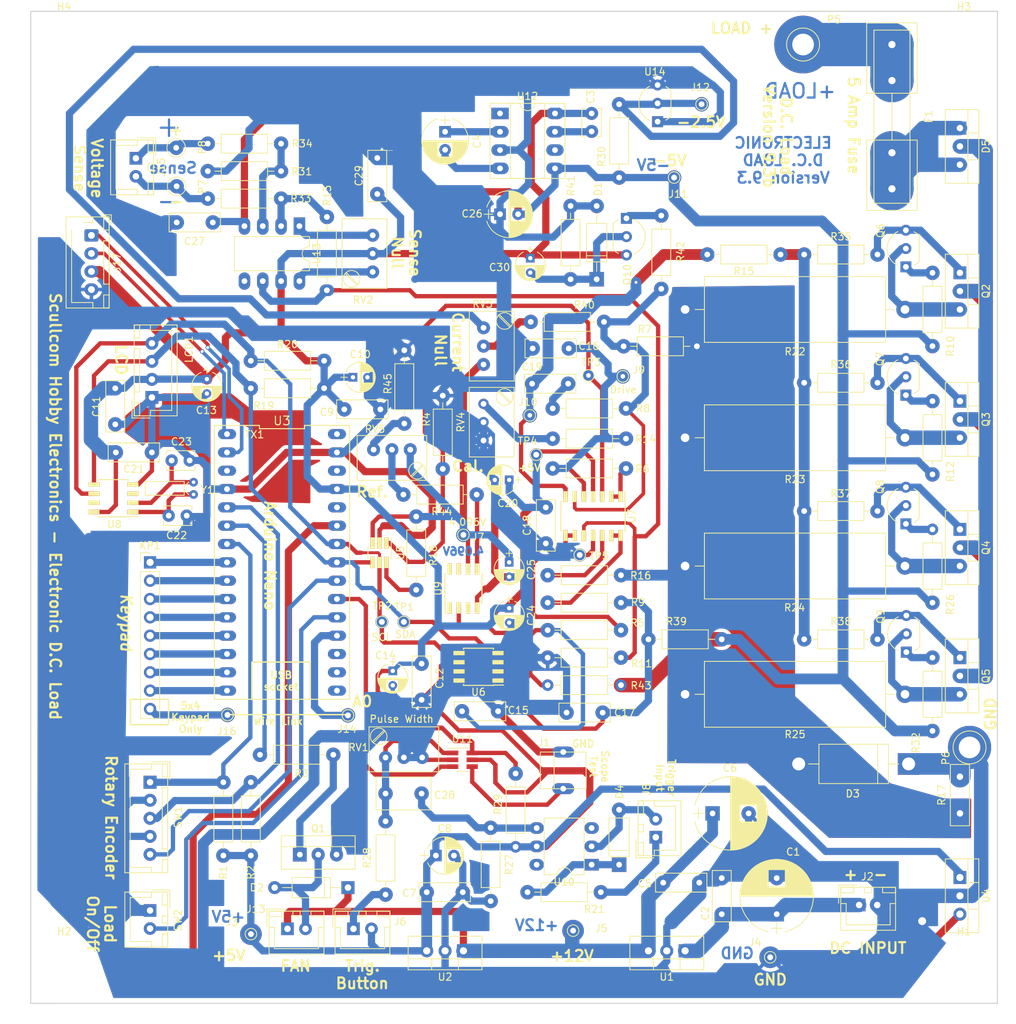
<source format=kicad_pcb>
(kicad_pcb
	(version 20240108)
	(generator "pcbnew")
	(generator_version "8.0")
	(general
		(thickness 1.6)
		(legacy_teardrops no)
	)
	(paper "A4")
	(layers
		(0 "F.Cu" signal)
		(1 "In1.Cu" signal)
		(2 "In2.Cu" signal)
		(31 "B.Cu" signal)
		(32 "B.Adhes" user "B.Adhesive")
		(33 "F.Adhes" user "F.Adhesive")
		(34 "B.Paste" user)
		(35 "F.Paste" user)
		(36 "B.SilkS" user "B.Silkscreen")
		(37 "F.SilkS" user "F.Silkscreen")
		(38 "B.Mask" user)
		(39 "F.Mask" user)
		(40 "Dwgs.User" user "User.Drawings")
		(41 "Cmts.User" user "User.Comments")
		(42 "Eco1.User" user "User.Eco1")
		(43 "Eco2.User" user "User.Eco2")
		(44 "Edge.Cuts" user)
		(45 "Margin" user)
		(46 "B.CrtYd" user "B.Courtyard")
		(47 "F.CrtYd" user "F.Courtyard")
		(48 "B.Fab" user)
		(49 "F.Fab" user)
	)
	(setup
		(stackup
			(layer "F.SilkS"
				(type "Top Silk Screen")
			)
			(layer "F.Paste"
				(type "Top Solder Paste")
			)
			(layer "F.Mask"
				(type "Top Solder Mask")
				(thickness 0.01)
			)
			(layer "F.Cu"
				(type "copper")
				(thickness 0.035)
			)
			(layer "dielectric 1"
				(type "prepreg")
				(thickness 0.1)
				(material "FR4")
				(epsilon_r 4.5)
				(loss_tangent 0.02)
			)
			(layer "In1.Cu"
				(type "copper")
				(thickness 0.035)
			)
			(layer "dielectric 2"
				(type "core")
				(thickness 1.24)
				(material "FR4")
				(epsilon_r 4.5)
				(loss_tangent 0.02)
			)
			(layer "In2.Cu"
				(type "copper")
				(thickness 0.035)
			)
			(layer "dielectric 3"
				(type "prepreg")
				(thickness 0.1)
				(material "FR4")
				(epsilon_r 4.5)
				(loss_tangent 0.02)
			)
			(layer "B.Cu"
				(type "copper")
				(thickness 0.035)
			)
			(layer "B.Mask"
				(type "Bottom Solder Mask")
				(thickness 0.01)
			)
			(layer "B.Paste"
				(type "Bottom Solder Paste")
			)
			(layer "B.SilkS"
				(type "Bottom Silk Screen")
			)
			(copper_finish "None")
			(dielectric_constraints no)
		)
		(pad_to_mask_clearance 0.1)
		(allow_soldermask_bridges_in_footprints no)
		(pcbplotparams
			(layerselection 0x00010fc_80000001)
			(plot_on_all_layers_selection 0x0000000_00000000)
			(disableapertmacros no)
			(usegerberextensions yes)
			(usegerberattributes yes)
			(usegerberadvancedattributes yes)
			(creategerberjobfile yes)
			(dashed_line_dash_ratio 12.000000)
			(dashed_line_gap_ratio 3.000000)
			(svgprecision 4)
			(plotframeref no)
			(viasonmask no)
			(mode 1)
			(useauxorigin no)
			(hpglpennumber 1)
			(hpglpenspeed 20)
			(hpglpendiameter 15.000000)
			(pdf_front_fp_property_popups yes)
			(pdf_back_fp_property_popups yes)
			(dxfpolygonmode yes)
			(dxfimperialunits yes)
			(dxfusepcbnewfont yes)
			(psnegative no)
			(psa4output no)
			(plotreference yes)
			(plotvalue yes)
			(plotfptext yes)
			(plotinvisibletext no)
			(sketchpadsonfab no)
			(subtractmaskfromsilk no)
			(outputformat 1)
			(mirror no)
			(drillshape 0)
			(scaleselection 1)
			(outputdirectory "K:/YOU_TUBE/Electronic_DC_Load_Part9_3/DC_Load_PCB_ver9_3_gerber_files/")
		)
	)
	(net 0 "")
	(net 1 "Net-(U1-IN)")
	(net 2 "Net-(U12-OSC)")
	(net 3 "+5V")
	(net 4 "Net-(U12-CAP+)")
	(net 5 "Net-(U12-CAP-)")
	(net 6 "Net-(U6-CH1+)")
	(net 7 "+12V")
	(net 8 "Net-(U7B-+)")
	(net 9 "Net-(U6-CH2+)")
	(net 10 "Net-(U8-X1)")
	(net 11 "Net-(C19-Pad1)")
	(net 12 "Net-(C19-Pad2)")
	(net 13 "Net-(U8-X2)")
	(net 14 "Net-(D1-K)")
	(net 15 "+4.096V")
	(net 16 "-5V")
	(net 17 "Net-(C28-Pad1)")
	(net 18 "Net-(C28-Pad2)")
	(net 19 "Net-(D2-A)")
	(net 20 "Net-(D3-A)")
	(net 21 "Net-(D4-K)")
	(net 22 "Net-(D4-A)")
	(net 23 "Net-(D5-A-Pad1)")
	(net 24 "Net-(F1-Pad1)")
	(net 25 "Net-(J1-Pad1)")
	(net 26 "Net-(J6-Pad1)")
	(net 27 "Net-(J8-Pad1)")
	(net 28 "-2V5")
	(net 29 "Net-(D5-K)")
	(net 30 "Net-(U3-A0)")
	(net 31 "Net-(KP1-A0)")
	(net 32 "Net-(KP1-R1)")
	(net 33 "Net-(KP1-R2)")
	(net 34 "Net-(KP1-R3)")
	(net 35 "Net-(KP1-R4)")
	(net 36 "Net-(KP1-C1)")
	(net 37 "Net-(KP1-C2)")
	(net 38 "Net-(KP1-C3)")
	(net 39 "Net-(KP1-C4)")
	(net 40 "Net-(LCD1-SDA)")
	(net 41 "Net-(LCD1-SCL)")
	(net 42 "Net-(Q1-B)")
	(net 43 "Net-(Q2-G)")
	(net 44 "Net-(Q2-S)")
	(net 45 "Net-(Q3-G)")
	(net 46 "Net-(Q3-S)")
	(net 47 "Net-(Q4-G)")
	(net 48 "Net-(Q4-S)")
	(net 49 "Net-(Q5-G)")
	(net 50 "Net-(Q5-S)")
	(net 51 "Net-(Q6-E)")
	(net 52 "Net-(Q7-E)")
	(net 53 "Net-(Q8-E)")
	(net 54 "Net-(Q9-E)")
	(net 55 "Net-(Q10-E)")
	(net 56 "Net-(SW1-A)")
	(net 57 "Net-(SW1-B)")
	(net 58 "LoadOff")
	(net 59 "Net-(U3-(int3)#D3)")
	(net 60 "Net-(R13-Pad1)")
	(net 61 "Net-(R15-Pad1)")
	(net 62 "Net-(U5-OUT)")
	(net 63 "Net-(R31-Pad2)")
	(net 64 "Net-(R40-Pad1)")
	(net 65 "Net-(RV2-Pad1)")
	(net 66 "Net-(RV2-Pad3)")
	(net 67 "Net-(U7C--)")
	(net 68 "Net-(U7A--)")
	(net 69 "Net-(U7D--)")
	(net 70 "Net-(U7C-+)")
	(net 71 "Net-(U7D-+)")
	(net 72 "Net-(U5-A0)")
	(net 73 "Net-(U3-A2)")
	(net 74 "Net-(U9-Trim)")
	(net 75 "Net-(U3-A3)")
	(net 76 "Net-(J15-Pad1)")
	(net 77 "Net-(J15-Pad2)")
	(net 78 "Net-(R14-Pad2)")
	(net 79 "Net-(R44-Pad1)")
	(net 80 "Net-(U3-A1)")
	(net 81 "Net-(R45-Pad1)")
	(net 82 "unconnected-(U3-Vin-Pad30)")
	(net 83 "Net-(J17-Pin_1)")
	(net 84 "Net-(J17-Pin_2)")
	(net 85 "unconnected-(U3-RST-Pad28)")
	(net 86 "unconnected-(U3-RST-Pad3)")
	(net 87 "unconnected-(U3-A7-Pad26)")
	(net 88 "Net-(U3-A6)")
	(net 89 "unconnected-(U3-Aref-Pad18)")
	(net 90 "unconnected-(U3-3V3-Pad17)")
	(net 91 "unconnected-(U3-(led)(SCK)D13-Pad16)")
	(net 92 "unconnected-(U8-Vbat-Pad3)")
	(net 93 "unconnected-(U8-MFP-Pad7)")
	(net 94 "unconnected-(U9-DNC-Pad1)")
	(net 95 "unconnected-(U9-Temp-Pad3)")
	(net 96 "unconnected-(U9-NC-Pad7)")
	(net 97 "unconnected-(U9-DNC-Pad8)")
	(net 98 "unconnected-(U10-NC-Pad3)")
	(net 99 "unconnected-(U10-Pad6)")
	(net 100 "unconnected-(U12-NC-Pad1)")
	(net 101 "unconnected-(U12-LV-Pad6)")
	(net 102 "GNDPWR")
	(footprint "Capacitors_THT:CP_Radial_D10.0mm_P5.00mm" (layer "F.Cu") (at 141.224 156.718 90))
	(footprint "Capacitors_THT:C_Disc_D7.0mm_W2.5mm_P5.00mm" (layer "F.Cu") (at 133.604 156.718 90))
	(footprint "Capacitors_THT:C_Disc_D3.8mm_W2.6mm_P2.50mm" (layer "F.Cu") (at 115.57 45.72 -90))
	(footprint "Capacitors_THT:CP_Radial_D6.3mm_P2.50mm" (layer "F.Cu") (at 95.25 48.26 -90))
	(footprint "Capacitors_THT:C_Disc_D7.0mm_W2.5mm_P5.00mm" (layer "F.Cu") (at 125.4906 152.3492))
	(footprint "Capacitors_THT:CP_Radial_D10.0mm_P5.00mm" (layer "F.Cu") (at 132.334 142.748))
	(footprint "Capacitors_THT:C_Disc_D7.0mm_W2.5mm_P5.00mm" (layer "F.Cu") (at 92.71 153.67))
	(footprint "Capacitors_THT:CP_Radial_D5.0mm_P2.50mm" (layer "F.Cu") (at 93.98 148.59))
	(footprint "Capacitors_THT:C_Disc_D7.0mm_W2.5mm_P5.00mm" (layer "F.Cu") (at 81.28 86.741))
	(footprint "Capacitors_THT:CP_Radial_D4.0mm_P2.00mm" (layer "F.Cu") (at 82.4865 82.296))
	(footprint "Capacitors_THT:C_Disc_D7.0mm_W2.5mm_P5.00mm" (layer "F.Cu") (at 49.53 83.82 -90))
	(footprint "Capacitors_THT:C_Disc_D7.0mm_W2.5mm_P5.00mm" (layer "F.Cu") (at 92 122 -90))
	(footprint "Capacitors_THT:CP_Radial_D4.0mm_P2.00mm"
		(layer "F.Cu")
		(uuid "00000000-0000-0000-0000-0000594d35ad")
		(at 62.23 82.55 -90)
		(descr "CP, Radial series, Radial, pin pitch=2.00mm, , diameter=4mm, Electrolytic Capacitor")
		(tags "CP Radial series Radial pin pitch 2.00mm  diameter 4mm Electrolytic Capacitor")
		(property "Reference" "C13"
			(at 4.318 0.0635 0)
			(layer "F.SilkS")
			(uuid "b4ff5b51-6917-4fdd-9a4e-43856689bfba")
			(effects
				(font
					(size 1 1)
					(thickness 0.15)
				)
			)
		)
		(property "Value" "10uF"
			(at 1 3.06 -90)
			(layer "F.Fab")
			(uuid "1102ca2b-0bd1-4a7c-8379-9a840e3d2245")
			(effects
				(font
					(size 1 1)
					(thickness 0.15)
				)
			)
		)
		(property "Footprint" ""
			(at 0 0 -90)
			(unlocked yes)
			(layer "F.Fab")
			(hide yes)
			(uuid "2b65cf49-ee1b-405c-a62b-4e2ac7a008d8")
			(effects
				(font
					(size 1.27 1.27)
				)
			)
		)
		(property "Datasheet" ""
			(at 0 0 -90)
			(unlocked yes)
			(layer "F.Fab")
			(hide yes)
			(uuid "f373164e-dbf5-4973-b58f-7ae51a3758ac")
			(effects
				(font
					(size 1.27 1.27)
				)
			)
		)
		(property "Description" ""
			(at 0 0 -90)
			(unlocked yes)
			(layer "F.Fab")
			(hide yes)
			(uuid "34caf6dd-8b54-4f71-932b-61d5c9f33c2b")
			(effects
				(font
					(size 1.27 1.27)
				)
			)
		)
		(path "/00000000-0000-0000-0000-0000594aac09")
		(sheetfile "Electronic_DC_Load.kicad_sch")
		(attr through_hole)
		(fp_line
			(start 1.24 0.78)
			(end 1.24 2.037)
			(stroke
				(width 0.12)
				(type solid)
			)
			(layer "F.SilkS")
			(uuid "082aad86-b1b3-4def-bdf8-a63ac044f724")
		)
		(fp_line
			(start 1.28 0.78)
			(end 1.28 2.032)
			(stroke
				(width 0.12)
				(type solid)
			)
			(layer "F.SilkS")
			(uuid "7dfa00bf-d3e8-4d0a-abd5-cd743059db61")
		)
		(fp_line
			(start 1.32 0.78)
			(end 1.32 2.026)
			(stroke
				(width 0.12)
				(type solid)
			)
			(layer "F.SilkS")
			(uuid "ce909445-71f2-436a-9ed4-1030032815f8")
		)
		(fp_line
			(start 1.36 0.78)
			(end 1.36 2.019)
			(stroke
				(width 0.12)
				(type solid)
			)
			(layer "F.SilkS")
			(uuid "7fc991aa-21b5-491f-827d-930edc040903")
		)
		(fp_line
			(start 1.4 0.78)
			(end 1.4 2.012)
			(stroke
				(width 0.12)
				(type solid)
			)
			(layer "F.SilkS")
			(uuid "f4f15d38-1455-4f2c-a2e6-bfbfe69ff71b")
		)
		(fp_line
			(start 1.44 0.78)
			(end 1.44 2.004)
			(stroke
				(width 0.12)
				(type solid)
			)
			(layer "F.SilkS")
			(uuid "4d227e6e-4482-4047-a3e3-57c428c377f6")
		)
		(fp_line
			(start 1.48 0.78)
			(end 1.48 1.995)
			(stroke
				(width 0.12)
				(type solid)
			)
			(layer "F.SilkS")
			(uuid "794f65cf-e3fa-4b5e-846f-fcacff134031")
		)
		(fp_line
			(start 1.52 0.78)
			(end 1.52 1.985)
			(stroke
				(width 0.12)
				(type solid)
			)
			(layer "F.SilkS")
			(uuid "b2ff3ed3-a63e-4551-b3b4-0b8f3c7e4cfa")
		)
		(fp_line
			(start 1.56 0.78)
			(end 1.56 1.974)
			(stroke
				(width 0.12)
				(type solid)
			)
			(layer "F.SilkS")
			(uuid "ab8e7798-2c45-49a1-9298-629814cebbfd")
		)
		(fp_line
			(start 1.6 0.78)
			(end 1.6 1.963)
			(stroke
				(width 0.12)
				(type solid)
			)
			(layer "F.SilkS")
			(uuid "2198e40c-0b5e-4723-b203-feedd67fd922")
		)
		(fp_line
			(start 1.64 0.78)
			(end 1.64 1.95)
			(stroke
				(width 0.12)
				(type solid)
			)
			(layer "F.SilkS")
			(uuid "dc39a3db-6b47-427d-b3dc-aa01fd12492e")
		)
		(fp_line
			(start 1.68 0.78)
			(end 1.68 1.937)
			(stroke
				(width 0.12)
				(type solid)
			)
			(layer "F.SilkS")
			(uuid "41b46339-8e2b-449a-a185-596010d42fbb")
		)
		(fp_line
			(start 1.721 0.78)
			(end 1.721 1.923)
			(stroke
				(width 0.12)
				(type solid)
			)
			(layer "F.SilkS")
			(uuid "9f4db263-3337-431c-82f7-62a5ad8227e4")
		)
		(fp_line
			(start 1.761 0.78)
			(end 1.761 1.907)
			(stroke
				(width 0.12)
				(type solid)
			)
			(layer "F.SilkS")
			(uuid "84075707-b459-415f-bf14-e45c6e0b1ce9")
		)
		(fp_line
			(start 1.801 0.78)
			(end 1.801 1.891)
			(stroke
				(width 0.12)
				(type solid)
			)
			(layer "F.SilkS")
			(uuid "7a7d92a4-5862-42dd-b2c9-0b9645cdeb76")
		)
		(fp_line
			(start 1.841 0.78)
			(end 1.841 1.874)
			(stroke
				(width 0.12)
				(type solid)
			)
			(layer "F.SilkS")
			(uuid "c1cf9a69-cfb7-407b-85d0-8e803a9bb33f")
		)
		(fp_line
			(start 1.881 0.78)
			(end 1.881 1.856)
			(stroke
				(width 0.12)
				(type solid)
			)
			(layer "F.SilkS")
			(uuid "b6968317-6473-4fe9-b14f-f2961f4d6825")
		)
		(fp_line
			(start 1.921 0.78)
			(end 1.921 1.837)
			(stroke
				(width 0.12)
				(type solid)
			)
			(layer "F.SilkS")
			(uuid "80c3e437-b515-4834-8721-6a491ad73e18")
		)
		(fp_line
			(start 1.961 0.78)
			(end 1.961 1.817)
			(stroke
				(width 0.12)
				(type solid)
			)
			(layer "F.SilkS")
			(uuid "ad4cc76e-f3ac-4a60-bd1e-7bb0109810f9")
		)
		(fp_line
			(start 2.001 0.78)
			(end 2.001 1.796)
			(stroke
				(width 0.12)
				(type solid)
			)
			(layer "F.SilkS")
			(uuid "37b76843-1bf4-44a2-875b-3d170bd6566e")
		)
		(fp_line
			(start 2.041 0.78)
			(end 2.041 1.773)
			(stroke
				(width 0.12)
				(type solid)
			)
			(layer "F.SilkS")
			(uuid "16231d4d-f552-46df-8658-8df5e19f170d")
		)
		(fp_line
			(start 2.081 0.78)
			(end 2.081 1.75)
			(stroke
				(width 0.12)
				(type solid)
			)
			(layer "F.SilkS")
			(uuid "92f45ffd-72ad-4e45-a2b8-f4322bf2defe")
		)
		(fp_line
			(start 2.121 0.78)
			(end 2.121 1.725)
			(stroke
				(width 0.12)
				(type solid)
			)
			(layer "F.SilkS")
			(uuid "cb65a997-ea08-4f1f-8492-53bf37cba6e9")
		)
		(fp_line
			(start 2.161 0.78)
			(end 2.161 1.699)
			(stroke
				(width 0.12)
				(type solid)
			)
			(layer "F.SilkS")
			(uuid "767d1f9a-0757-4b88-81b5-5908e0251d22")
		)
		(fp_line
			(start 2.201 0.78)
			(end 2.201 1.672)
			(stroke
				(width 0.12)
				(type solid)
			)
			(layer "F.SilkS")
			(uuid "1dda9247-8ba8-401d-b9dd-321cf8141975")
		)
		(fp_line
			(start 2.241 0.78)
			(end 2.241 1.643)
			(stroke
				(width 0.12)
				(type solid)
			)
			(layer "F.SilkS")
			(uuid "b6f27d60-97ab-4e28-9bbe-a30103bccce2")
		)
		(fp_line
			(start 2.281 0.78)
			(end 2.281 1.613)
			(stroke
				(width 0.12)
				(type solid)
			)
			(layer "F.SilkS")
			(uuid "5208ca21-8b18-42aa-a2f8-6d714effe7c9")
		)
		(fp_line
			(start 2.321 0.78)
			(end 2.321 1.581)
			(stroke
				(width 0.12)
				(type solid)
			)
			(layer "F.SilkS")
			(uuid "b662d1b2-b18d-43a3-b4aa-6675637b9050")
		)
		(fp_line
			(start 2.361 0.78)
			(end 2.361 1.547)
			(stroke
				(width 0.12)
				(type solid)
			)
			(layer "F.SilkS")
			(uuid "3baa1674-6c50-4f4b-805b-7fc313c3d585")
		)
		(fp_line
			(start 2.401 0.78)
			(end 2.401 1.512)
			(stroke
				(width 0.12)
				(type solid)
			)
			(layer "F.SilkS")
			(uuid "19201709-44a4-44f8-a2cc-d77157a39f16")
		)
		(fp_line
			(start 2.441 0.78)
			(end 2.441 1.475)
			(stroke
				(width 0.12)
				(type solid)
			)
			(layer "F.SilkS")
			(uuid "158c2e35-93d8-4c9a-a48f-f933184e50e9")
		)
		(fp_line
			(start 2.481 0.78)
			(end 2.481 1.436)
			(stroke
				(width 0.12)
				(type solid)
			)
			(layer "F.SilkS")
			(uuid "46d9cfb8-8bf4-474a-9126-167065d6bda0")
		)
		(fp_line
			(start 2.521 0.78)
			(end 2.521 1.395)
			(stroke
				(width 0.12)
				(type solid)
			)
			(layer "F.SilkS")
			(uuid "f868354c-8b0f-471b-922f-7f3a76cca172")
		)
		(fp_line
			(start 2.561 0.78)
			(end 2.561 1.351)
			(stroke
				(width 0.12)
				(type solid)
			)
			(layer "F.SilkS")
			(uuid "73b33a17-640e-451c-a96e-1729bd263b7f")
		)
		(fp_line
			(start 2.601 0.78)
			(end 2.601 1.305)
			(stroke
				(width 0.12)
				(type solid)
			)
			(layer "F.SilkS")
			(uuid "18ceaab9-4959-49e6-8078-9958af7e9aca")
		)
		(fp_line
			(start 2.641 0.78)
			(end 2.641 1.256)
			(stroke
				(width 0.12)
				(type solid)
			)
			(layer "F.SilkS")
			(uuid "3fa4a030-82f4-4455-9255-e694ca21289a")
		)
		(fp_line
			(start 2.681 0.78)
			(end 2.681 1.204)
			(stroke
				(width 0.12)
				(type solid)
			)
			(layer "F.SilkS")
			(uuid "5c973a55-3d4e-4da7-8515-95d524442798")
		)
		(fp_line
			(start 2.721 0.78)
			(end 2.721 1.148)
			(stroke
				(width 0.12)
				(type solid)
			)
			(layer "F.SilkS")
			(uuid "cd9eee00-1820-47ad-85b3-56d2abc80714")
		)
		(fp_line
			(start 2.761 0.78)
			(end 2.761 1.088)
			(stroke
				(width 0.12)
				(type solid)
			)
			(layer "F.SilkS")
			(uuid "579a9b82-e8ee-4390-b63a-d3e9a84e40ec")
		)
		(fp_line
			(start -1.7 0)
			(end -0.8 0)
			(stroke
				(width 0.12)
				(type solid)
			)
			(layer "F.SilkS")
			(uuid "d4e805e8-1139-4c3d-a49f-43be055a6c26")
		)
		(fp_line
			(start 3.081 -0.165)
			(end 3.081 0.165)
			(stroke
				(width 0.12)
				(type solid)
			)
			(layer "F.SilkS")
			(uuid "6a98da9f-5025-4582-bf06-ad0319e92269")
		)
		(fp_line
			(start 3.041 -0.415)
			(end 3.041 0.415)
			(stroke
				(width 0.12)
				(type solid)
			)
			(layer "F.SilkS")
			(uuid "f495583e-6bc6-4e7d-bbe7-74087fbd4194")
		)
		(fp_line
			(start -1.25 -0.45)
			(end -1.25 0.45)
			(stroke
				(width 0.12)
				(type solid)
			)
			(layer "F.SilkS")
			(uuid "ba897bff-f576-43e5-9afc-4503a321ca83")
		)
		(fp_line
			(start 3.001 -0.567)
			(end 3.001 0.567)
			(stroke
				(width 0.12)
				(type solid)
			)
			(layer "F.SilkS")
			(uuid "ab354cbc-dee2-4075-bbea-8e5dc1257610")
		)
		(fp_line
			(start 2.961 -0.686)
			(end 2.961 0.686)
			(stroke
				(width 0.12)
				(type solid)
			)
			(layer "F.SilkS")
			(uuid "c525f33f-d488-4af4-ab97-ec8545ffa290")
		)
		(fp_line
			(start 2.921 -0.786)
			(end 2.921 0.786)
			(stroke
				(width 0.12)
				(type solid)
			)
			(layer "F.SilkS")
			(uuid "badd0fdc-223a-4377-991f-38321849b1a0")
		)
		(fp_line
			(start 2.881 -0.874)
			(end 2.881 0.874)
			(stroke
				(width 0.12)
				(type solid)
			)
			(layer "F.SilkS")
			(uuid "baf12d8b-f42f-4b63-a2a8-4f528a35be8d")
		)
		(fp_line
			(start 2.841 -0.952)
			(end 2.841 0.952)
			(stroke
				(width 0.12)
				(type solid)
			)
			(layer "F.SilkS")
			(uuid "2b693be3-6f29-49b9-9414-8fc1eddb59f5")
		)
		(fp_line
			(start 2.801 -1.023)
			(end 2.801 1.023)
			(stroke
				(width 0.12)
				(type solid)
			)
			(layer "F.SilkS")
			(uuid "3ad81916-6098-499d-b5e5-f95836613740")
		)
		(fp_line
			(start 2.761 -1.088)
			(end 2.761 -0.78)
			(stroke
				(width 0.12)
				(type solid)
			)
			(layer "F.SilkS")
			(uuid "49c857c8-01e0-4df0-b5a6-7b08b71b3ba7")
		)
		(fp_line
			(start 2.721 -1.148)
			(end 2.721 -0.78)
			(stroke
				(width 0.12)
				(type solid)
			)
			(layer "F.SilkS")
			(uuid "dc21f7b4-aefc-4d2c-a0bb-2e9fab021adc")
		)
		(fp_line
			(start 2.681 -1.204)
			(end 2.681 -0.78)
			(stroke
				(width 0.12)
				(type solid)
			)
			(layer "F.SilkS")
			(uuid "68844a25-1a1e-41ba-9dfa-4257e6cd92a2")
		)
		(fp_line
			(start 2.641 -1.256)
			(end 2.641 -0.78)
			(stroke
				(width 0.12)
				(type solid)
			)
			(layer "F.SilkS")
			(uuid "19c50869-010a-4e51-afdb-2ca0d8f859a7")
		)
		(fp_line
			(start 2.601 -1.305)
			(end 2.601 -0.78)
			(stroke
				(width 0.12)
				(type solid)
			)
			(layer "F.SilkS")
			(uuid "8b5d7913-adb2-4e53-8ace-7177061fe782")
		)
		(fp_line
			(start 2.561 -1.351)
			(end 2.561 -0.78)
			(stroke
				(width 0.12)
				(type solid)
			)
			(layer "F.SilkS")
			(uuid "522cd4ce-3c82-45e9-9388-5fc8f6972a04")
		)
		(fp_line
			(start 2.521 -1.395)
			(end 2.521 -0.78)
			(stroke
				(width 0.12)
				(type solid)
			)
			(layer "F.SilkS")
			(uuid "e8b7fe94-4994-4539-bd8b-cd1f7f01c978")
		)
		(fp_line
			(start 2.481 -1.436)
			(end 2.481 -0.78)
			(stroke
				(width 0.12)
				(type solid)
			)
			(layer "F.SilkS")
			(uuid "dee1021b-9f26-4499-ad63-d32f4fa5e97f")
		)
		(fp_line
			(start 2.441 -1.475)
			(end 2.441 -0.78)
			(stroke
				(width 0.12)
				(type solid)
			)
			(layer "F.SilkS")
			(uuid "2ef96367-3ff3-4e22-9eee-4732f7dc41ae")
		)
		(fp_line
			(start 2.401 -1.512)
			(end 2.401 -0.78)
			(stroke
				(width 0.12)
				(type solid)
			)
			(layer "F.SilkS")
			(uuid "2da9a9aa-2bd2-40bd-bff0-75917fffdd20")
		)
		(fp_line
			(start 2.361 -1.547)
			(end 2.361 -0.78)
			(stroke
				(width 0.12)
				(type solid)
			)
			(layer "F.SilkS")
			(uuid "fc0bfeee-e110-4e32-8778-67d2d1938436")
		)
		(fp_line
			(start 2.321 -1.581)
			(end 2.321 -0.78)
			(stroke
				(width 0.12)
				(type solid)
			)
			(layer "F.SilkS")
			(uuid "455149ab-1a5c-4ea1-9f4b-03ca6d4284b9")
		)
		(fp_line
			(start 2.281 -1.613)
			(end 2.281 -0.78)
			(stroke
				(width 0.12)
				(type solid)
			)
			(layer "F.SilkS")
			(uuid "bce85e5e-34e1-4121-9386-7b9deb20643c")
		)
		(fp_line
			(start 2.241 -1.643)
			(end 2.241 -0.78)
			(stroke
				(width 0.12)
				(type solid)
			)
			(layer "F.SilkS")
			(uuid "7630243d-4b85-4bce-adb6-6b42678f5159")
		)
		(fp_line
			(start 2.201 -1.672)
			(end 2.201 -0.78)
			(stroke
				(width 0.12)
				(type solid)
			)
			(layer "F.SilkS")
			(uuid "4a8e9ec8-f02f-42d6-b70e-8d604b7ee0b8")
		)
		(fp_line
			(start 2.161 -1.699)
			(end 2.161 -0.78)
			(stroke
				(width 0.12)
				(type solid)
			)
			(layer "F.SilkS")
			(uuid "515e83c7-1270-4ea4-aef4-d33d54f3ec86")
		)
		(fp_line
			(start 2.121 -1.725)
			(end 2.121 -0.78)
			(stroke
				(width 0.12)
				(type solid)
			)
			(layer "F.SilkS")
			(uuid "5ffd4e6b-a393-4238-a7de-349ae04189f1")
		)
		(fp_line
			(start 2.081 -1.75)
			(end 2.081 -0.78)
			(stroke
				(width 0.12)
				(type solid)
			)
			(layer "F.SilkS")
			(uuid "a9ea228b-7fb9-4ca4-b2f2-1fcf186a9bd1")
		)
		(fp_line
			(start 2
... [1594753 chars truncated]
</source>
